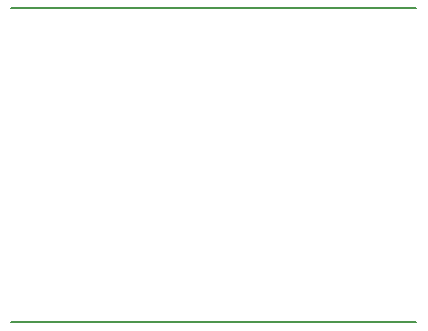
<source format=gko>
G04 #@! TF.FileFunction,Other,ECO1*
%FSLAX46Y46*%
G04 Gerber Fmt 4.6, Leading zero omitted, Abs format (unit mm)*
G04 Created by KiCad (PCBNEW 4.0.5+dfsg1-4) date Tue Nov  6 22:35:12 2018*
%MOMM*%
%LPD*%
G01*
G04 APERTURE LIST*
%ADD10C,0.100000*%
%ADD11C,0.200000*%
G04 APERTURE END LIST*
D10*
D11*
X146304000Y-85979000D02*
X180594000Y-85979000D01*
X180594000Y-112522000D02*
X146304000Y-112522000D01*
M02*

</source>
